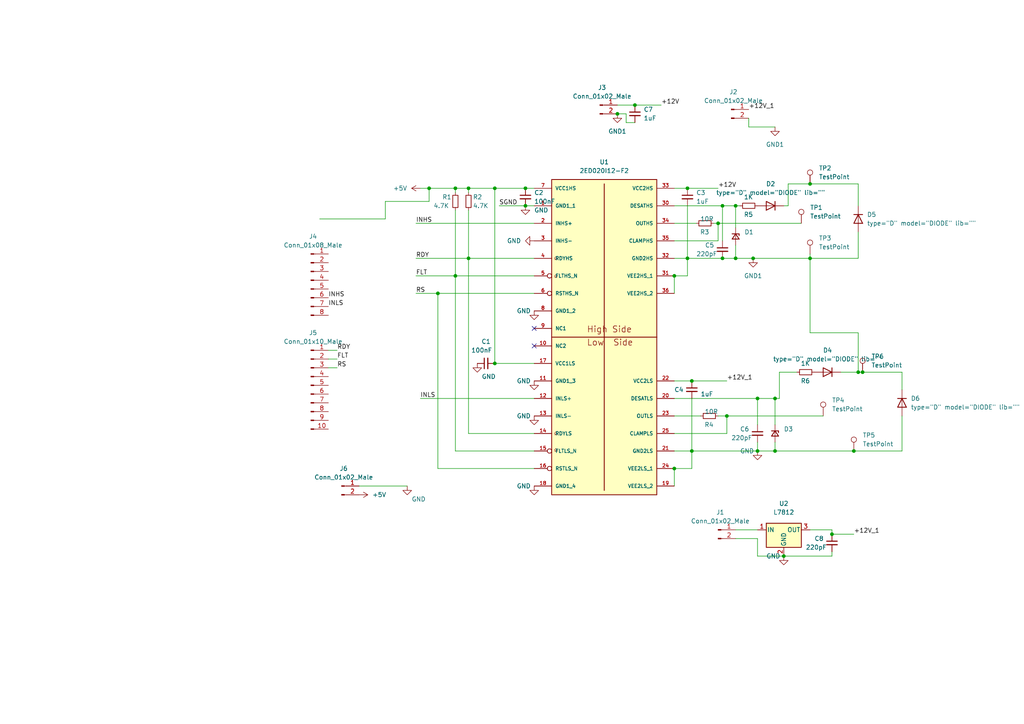
<source format=kicad_sch>
(kicad_sch (version 20211123) (generator eeschema)
  (paper "A4")
  (lib_symbols
    (symbol "2ED020I12-F2:2ED020I12-F2" (pin_names (offset 1.016))
      (property "Reference" "U?" (at -0.2 0.34 0))
      (property "Value" "2ED020I12-F2" (at -0.2 -93.48 0))
      (symbol "2ED020I12-F2_0_0"
        (rectangle (start 0 -91.44) (end 30.48 0) (stroke (width 0.254)) (fill (type background)))
        (polyline (pts (xy 0 -45.72) (xy 30.48 -45.72)) (stroke (width 0.254)))
        (polyline (pts (xy 0.8 -78.8) (xy 1.6 -78.8)) (stroke (width 0.1)))
        (polyline (pts (xy 0.8 -78.4) (xy 1.2 -78.8)) (stroke (width 0.1)))
        (polyline (pts (xy 0.8 -74) (xy 1.6 -74)) (stroke (width 0.1)))
        (polyline (pts (xy 0.8 -73.6) (xy 1.2 -74)) (stroke (width 0.1)))
        (polyline (pts (xy 0.8 -28.4) (xy 1.6 -28.4)) (stroke (width 0.1)))
        (polyline (pts (xy 0.8 -28) (xy 1.2 -28.4)) (stroke (width 0.1)))
        (polyline (pts (xy 0.8 -23.2) (xy 1.6 -23.2)) (stroke (width 0.1)))
        (polyline (pts (xy 0.8 -22.8) (xy 1.2 -23.2)) (stroke (width 0.1)))
        (polyline (pts (xy 1.2 -78.8) (xy 1.6 -78.4)) (stroke (width 0.1)))
        (polyline (pts (xy 1.2 -78) (xy 0.8 -78.4)) (stroke (width 0.1)))
        (polyline (pts (xy 1.2 -74) (xy 1.6 -73.6)) (stroke (width 0.1)))
        (polyline (pts (xy 1.2 -73.2) (xy 0.8 -73.6)) (stroke (width 0.1)))
        (polyline (pts (xy 1.2 -28.4) (xy 1.6 -28)) (stroke (width 0.1)))
        (polyline (pts (xy 1.2 -27.6) (xy 0.8 -28)) (stroke (width 0.1)))
        (polyline (pts (xy 1.2 -23.2) (xy 1.6 -22.8)) (stroke (width 0.1)))
        (polyline (pts (xy 1.2 -22.4) (xy 0.8 -22.8)) (stroke (width 0.1)))
        (polyline (pts (xy 1.6 -78.4) (xy 1.2 -78)) (stroke (width 0.1)))
        (polyline (pts (xy 1.6 -73.6) (xy 1.2 -73.2)) (stroke (width 0.1)))
        (polyline (pts (xy 1.6 -28) (xy 1.2 -27.6)) (stroke (width 0.1)))
        (polyline (pts (xy 1.6 -22.8) (xy 1.2 -22.4)) (stroke (width 0.1)))
        (polyline (pts (xy 15.24 -1.27) (xy 15.24 -90.17)) (stroke (width 0.254)))
        (text "High Side" (at 10.16 -44.45 0) (effects (font (size 1.778 1.778)) (justify left bottom)))
        (text "Low  Side" (at 10.16 -48.26 0) (effects (font (size 1.778 1.778)) (justify left bottom)))
        (pin power_in line (at -5.08 -7.62 0) (length 5.08) (name "GND1_1") (number "1"))
        (pin passive line (at -5.08 -48.26 0) (length 5.08) (name "NC2") (number "10"))
        (pin power_in line (at -5.08 -58.42 0) (length 5.08) (name "GND1_3") (number "11"))
        (pin input line (at -5.08 -63.5 0) (length 5.08) (name "INLS+") (number "12"))
        (pin input line (at -5.08 -68.58 0) (length 5.08) (name "INLS-") (number "13"))
        (pin open_collector line (at -5.08 -73.66 0) (length 5.08) (name "RDYLS") (number "14"))
        (pin open_collector inverted (at -5.08 -78.74 0) (length 5.08) (name "FLTLS_N") (number "15"))
        (pin input inverted (at -5.08 -83.82 0) (length 5.08) (name "RSTLS_N") (number "16"))
        (pin power_in line (at -5.08 -53.34 0) (length 5.08) (name "VCC1LS") (number "17"))
        (pin power_in line (at -5.08 -88.9 0) (length 5.08) (name "GND1_4") (number "18"))
        (pin power_in line (at 35.56 -88.9 180) (length 5.08) (name "VEE2LS_2") (number "19"))
        (pin input line (at -5.08 -12.7 0) (length 5.08) (name "INHS+") (number "2"))
        (pin input line (at 35.56 -63.5 180) (length 5.08) (name "DESATLS") (number "20"))
        (pin power_in line (at 35.56 -78.74 180) (length 5.08) (name "GND2LS") (number "21"))
        (pin power_in line (at 35.56 -58.42 180) (length 5.08) (name "VCC2LS") (number "22"))
        (pin output line (at 35.56 -68.58 180) (length 5.08) (name "OUTLS") (number "23"))
        (pin power_in line (at 35.56 -83.82 180) (length 5.08) (name "VEE2LS_1") (number "24"))
        (pin passive line (at 35.56 -73.66 180) (length 5.08) (name "CLAMPLS") (number "25"))
        (pin input line (at -5.08 -17.78 0) (length 5.08) (name "INHS-") (number "3"))
        (pin input line (at 35.56 -7.62 180) (length 5.08) (name "DESATHS") (number "30"))
        (pin power_in line (at 35.56 -27.94 180) (length 5.08) (name "VEE2HS_1") (number "31"))
        (pin power_in line (at 35.56 -22.86 180) (length 5.08) (name "GND2HS") (number "32"))
        (pin power_in line (at 35.56 -2.54 180) (length 5.08) (name "VCC2HS") (number "33"))
        (pin output line (at 35.56 -12.7 180) (length 5.08) (name "OUTHS") (number "34"))
        (pin passive line (at 35.56 -17.78 180) (length 5.08) (name "CLAMPHS") (number "35"))
        (pin power_in line (at 35.56 -33.02 180) (length 5.08) (name "VEE2HS_2") (number "36"))
        (pin open_collector line (at -5.08 -22.86 0) (length 5.08) (name "RDYHS") (number "4"))
        (pin open_collector inverted (at -5.08 -27.94 0) (length 5.08) (name "FLTHS_N") (number "5"))
        (pin input inverted (at -5.08 -33.02 0) (length 5.08) (name "RSTHS_N") (number "6"))
        (pin power_in line (at -5.08 -2.54 0) (length 5.08) (name "VCC1HS") (number "7"))
        (pin power_in line (at -5.08 -38.1 0) (length 5.08) (name "GND1_2") (number "8"))
        (pin passive line (at -5.08 -43.18 0) (length 5.08) (name "NC1") (number "9"))
      )
    )
    (symbol "Connector:Conn_01x02_Male" (pin_names (offset 1.016) hide)
      (property "Reference" "J" (at 0 2.54 0))
      (property "Value" "Conn_01x02_Male" (at 0 -5.08 0))
      (symbol "Conn_01x02_Male_1_1"
        (polyline (pts (xy 1.27 -2.54) (xy 0.8636 -2.54)) (stroke (width 0.1524)))
        (polyline (pts (xy 1.27 0) (xy 0.8636 0)) (stroke (width 0.1524)))
        (rectangle (start 0.8636 -2.413) (end 0 -2.667) (stroke (width 0.1524)) (fill (type outline)))
        (rectangle (start 0.8636 0.127) (end 0 -0.127) (stroke (width 0.1524)) (fill (type outline)))
        (pin passive line (at 5.08 0 180) (length 3.81) (name "Pin_1") (number "1"))
        (pin passive line (at 5.08 -2.54 180) (length 3.81) (name "Pin_2") (number "2"))
      )
    )
    (symbol "Connector:Conn_01x08_Male" (pin_names (offset 1.016) hide)
      (property "Reference" "J" (at 0 10.16 0))
      (property "Value" "Conn_01x08_Male" (at 0 -12.7 0))
      (symbol "Conn_01x08_Male_1_1"
        (polyline (pts (xy 1.27 -10.16) (xy 0.8636 -10.16)) (stroke (width 0.1524)))
        (polyline (pts (xy 1.27 -7.62) (xy 0.8636 -7.62)) (stroke (width 0.1524)))
        (polyline (pts (xy 1.27 -5.08) (xy 0.8636 -5.08)) (stroke (width 0.1524)))
        (polyline (pts (xy 1.27 -2.54) (xy 0.8636 -2.54)) (stroke (width 0.1524)))
        (polyline (pts (xy 1.27 0) (xy 0.8636 0)) (stroke (width 0.1524)))
        (polyline (pts (xy 1.27 2.54) (xy 0.8636 2.54)) (stroke (width 0.1524)))
        (polyline (pts (xy 1.27 5.08) (xy 0.8636 5.08)) (stroke (width 0.1524)))
        (polyline (pts (xy 1.27 7.62) (xy 0.8636 7.62)) (stroke (width 0.1524)))
        (rectangle (start 0.8636 -10.033) (end 0 -10.287) (stroke (width 0.1524)) (fill (type outline)))
        (rectangle (start 0.8636 -7.493) (end 0 -7.747) (stroke (width 0.1524)) (fill (type outline)))
        (rectangle (start 0.8636 -4.953) (end 0 -5.207) (stroke (width 0.1524)) (fill (type outline)))
        (rectangle (start 0.8636 -2.413) (end 0 -2.667) (stroke (width 0.1524)) (fill (type outline)))
        (rectangle (start 0.8636 0.127) (end 0 -0.127) (stroke (width 0.1524)) (fill (type outline)))
        (rectangle (start 0.8636 2.667) (end 0 2.413) (stroke (width 0.1524)) (fill (type outline)))
        (rectangle (start 0.8636 5.207) (end 0 4.953) (stroke (width 0.1524)) (fill (type outline)))
        (rectangle (start 0.8636 7.747) (end 0 7.493) (stroke (width 0.1524)) (fill (type outline)))
        (pin passive line (at 5.08 7.62 180) (length 3.81) (name "Pin_1") (number "1"))
        (pin passive line (at 5.08 5.08 180) (length 3.81) (name "Pin_2") (number "2"))
        (pin passive line (at 5.08 2.54 180) (length 3.81) (name "Pin_3") (number "3"))
        (pin passive line (at 5.08 0 180) (length 3.81) (name "Pin_4") (number "4"))
        (pin passive line (at 5.08 -2.54 180) (length 3.81) (name "Pin_5") (number "5"))
        (pin passive line (at 5.08 -5.08 180) (length 3.81) (name "Pin_6") (number "6"))
        (pin passive line (at 5.08 -7.62 180) (length 3.81) (name "Pin_7") (number "7"))
        (pin passive line (at 5.08 -10.16 180) (length 3.81) (name "Pin_8") (number "8"))
      )
    )
    (symbol "Connector:Conn_01x10_Male" (pin_names (offset 1.016) hide)
      (property "Reference" "J" (at 0 12.7 0))
      (property "Value" "Conn_01x10_Male" (at 0 -15.24 0))
      (symbol "Conn_01x10_Male_1_1"
        (polyline (pts (xy 1.27 -12.7) (xy 0.8636 -12.7)) (stroke (width 0.1524)))
        (polyline (pts (xy 1.27 -10.16) (xy 0.8636 -10.16)) (stroke (width 0.1524)))
        (polyline (pts (xy 1.27 -7.62) (xy 0.8636 -7.62)) (stroke (width 0.1524)))
        (polyline (pts (xy 1.27 -5.08) (xy 0.8636 -5.08)) (stroke (width 0.1524)))
        (polyline (pts (xy 1.27 -2.54) (xy 0.8636 -2.54)) (stroke (width 0.1524)))
        (polyline (pts (xy 1.27 0) (xy 0.8636 0)) (stroke (width 0.1524)))
        (polyline (pts (xy 1.27 2.54) (xy 0.8636 2.54)) (stroke (width 0.1524)))
        (polyline (pts (xy 1.27 5.08) (xy 0.8636 5.08)) (stroke (width 0.1524)))
        (polyline (pts (xy 1.27 7.62) (xy 0.8636 7.62)) (stroke (width 0.1524)))
        (polyline (pts (xy 1.27 10.16) (xy 0.8636 10.16)) (stroke (width 0.1524)))
        (rectangle (start 0.8636 -12.573) (end 0 -12.827) (stroke (width 0.1524)) (fill (type outline)))
        (rectangle (start 0.8636 -10.033) (end 0 -10.287) (stroke (width 0.1524)) (fill (type outline)))
        (rectangle (start 0.8636 -7.493) (end 0 -7.747) (stroke (width 0.1524)) (fill (type outline)))
        (rectangle (start 0.8636 -4.953) (end 0 -5.207) (stroke (width 0.1524)) (fill (type outline)))
        (rectangle (start 0.8636 -2.413) (end 0 -2.667) (stroke (width 0.1524)) (fill (type outline)))
        (rectangle (start 0.8636 0.127) (end 0 -0.127) (stroke (width 0.1524)) (fill (type outline)))
        (rectangle (start 0.8636 2.667) (end 0 2.413) (stroke (width 0.1524)) (fill (type outline)))
        (rectangle (start 0.8636 5.207) (end 0 4.953) (stroke (width 0.1524)) (fill (type outline)))
        (rectangle (start 0.8636 7.747) (end 0 7.493) (stroke (width 0.1524)) (fill (type outline)))
        (rectangle (start 0.8636 10.287) (end 0 10.033) (stroke (width 0.1524)) (fill (type outline)))
        (pin passive line (at 5.08 10.16 180) (length 3.81) (name "Pin_1") (number "1"))
        (pin passive line (at 5.08 -12.7 180) (length 3.81) (name "Pin_10") (number "10"))
        (pin passive line (at 5.08 7.62 180) (length 3.81) (name "Pin_2") (number "2"))
        (pin passive line (at 5.08 5.08 180) (length 3.81) (name "Pin_3") (number "3"))
        (pin passive line (at 5.08 2.54 180) (length 3.81) (name "Pin_4") (number "4"))
        (pin passive line (at 5.08 0 180) (length 3.81) (name "Pin_5") (number "5"))
        (pin passive line (at 5.08 -2.54 180) (length 3.81) (name "Pin_6") (number "6"))
        (pin passive line (at 5.08 -5.08 180) (length 3.81) (name "Pin_7") (number "7"))
        (pin passive line (at 5.08 -7.62 180) (length 3.81) (name "Pin_8") (number "8"))
        (pin passive line (at 5.08 -10.16 180) (length 3.81) (name "Pin_9") (number "9"))
      )
    )
    (symbol "Connector:TestPoint" (pin_numbers hide) (pin_names (offset 0.762) hide)
      (property "Reference" "TP" (at 0 6.858 0))
      (property "Value" "TestPoint" (at 0 5.08 0))
      (symbol "TestPoint_0_1"
        (circle (center 0 3.302) (radius 0.762))
      )
      (symbol "TestPoint_1_1"
        (pin passive line (at 0 0 90) (length 2.54) (name "1") (number "1"))
      )
    )
    (symbol "Device:C_Small" (pin_numbers hide) (pin_names (offset 0.254) hide)
      (property "Reference" "C" (at 0.254 1.778 0))
      (property "Value" "C_Small" (at 0.254 -2.032 0))
      (symbol "C_Small_0_1"
        (polyline (pts (xy -1.524 -0.508) (xy 1.524 -0.508)) (stroke (width 0.3302)))
        (polyline (pts (xy -1.524 0.508) (xy 1.524 0.508)) (stroke (width 0.3048)))
      )
      (symbol "C_Small_1_1"
        (pin passive line (at 0 2.54 270) (length 2.032) (name "~") (number "1"))
        (pin passive line (at 0 -2.54 90) (length 2.032) (name "~") (number "2"))
      )
    )
    (symbol "Device:D_Zener_Small" (pin_numbers hide) (pin_names (offset 0.254) hide)
      (property "Reference" "D" (at 0 2.286 0))
      (property "Value" "D_Zener_Small" (at 0 -2.286 0))
      (symbol "D_Zener_Small_0_1"
        (polyline (pts (xy 0.762 0) (xy -0.762 0)))
        (polyline (pts (xy -0.254 1.016) (xy -0.762 1.016) (xy -0.762 -1.016)) (stroke (width 0.254)))
        (polyline (pts (xy 0.762 1.016) (xy -0.762 0) (xy 0.762 -1.016) (xy 0.762 1.016)) (stroke (width 0.254)))
      )
      (symbol "D_Zener_Small_1_1"
        (pin passive line (at -2.54 0 0) (length 1.778) (name "K") (number "1"))
        (pin passive line (at 2.54 0 180) (length 1.778) (name "A") (number "2"))
      )
    )
    (symbol "Device:R_Small" (pin_numbers hide) (pin_names (offset 0.254) hide)
      (property "Reference" "R" (at 0.762 0.508 0))
      (property "Value" "R_Small" (at 0.762 -1.016 0))
      (symbol "R_Small_0_1"
        (rectangle (start -0.762 1.778) (end 0.762 -1.778) (stroke (width 0.2032)))
      )
      (symbol "R_Small_1_1"
        (pin passive line (at 0 2.54 270) (length 0.762) (name "~") (number "1"))
        (pin passive line (at 0 -2.54 90) (length 0.762) (name "~") (number "2"))
      )
    )
    (symbol "Regulator_Linear:L7812" (pin_names (offset 0.254))
      (property "Reference" "U" (at -3.81 3.175 0))
      (property "Value" "L7812" (at 0 3.175 0))
      (symbol "L7812_0_1"
        (rectangle (start -5.08 1.905) (end 5.08 -5.08) (stroke (width 0.254)) (fill (type background)))
      )
      (symbol "L7812_1_1"
        (pin power_in line (at -7.62 0 0) (length 2.54) (name "IN") (number "1"))
        (pin power_in line (at 0 -7.62 90) (length 2.54) (name "GND") (number "2"))
        (pin power_out line (at 7.62 0 180) (length 2.54) (name "OUT") (number "3"))
      )
    )
    (symbol "Simulation_SPICE:DIODE" (pin_numbers hide) (pin_names (offset 1.016) hide)
      (property "Reference" "D" (at 0 2.54 0))
      (property "Value" "DIODE" (at 0 -2.54 0))
      (symbol "DIODE_0_1"
        (polyline (pts (xy 1.27 0) (xy -1.27 0)))
        (polyline (pts (xy 1.27 1.27) (xy 1.27 -1.27)) (stroke (width 0.254)))
        (polyline (pts (xy -1.27 -1.27) (xy -1.27 1.27) (xy 1.27 0) (xy -1.27 -1.27)) (stroke (width 0.254)))
      )
      (symbol "DIODE_1_1"
        (pin passive line (at -3.81 0 0) (length 2.54) (name "A") (number "1"))
        (pin passive line (at 3.81 0 180) (length 2.54) (name "K") (number "2"))
      )
    )
    (symbol "power:+5V" (power) (pin_names (offset 0))
      (property "Value" "+5V" (at 0 3.556 0))
      (symbol "+5V_0_1"
        (polyline (pts (xy -0.762 1.27) (xy 0 2.54)))
        (polyline (pts (xy 0 0) (xy 0 2.54)))
        (polyline (pts (xy 0 2.54) (xy 0.762 1.27)))
      )
      (symbol "+5V_1_1"
        (pin power_in line (at 0 0 90) (length 0) hide (name "+5V") (number "1"))
      )
    )
    (symbol "power:GND" (power) (pin_names (offset 0))
      (property "Value" "GND" (at 0 -3.81 0))
      (symbol "GND_0_1"
        (polyline (pts (xy 0 0) (xy 0 -1.27) (xy 1.27 -1.27) (xy 0 -2.54) (xy -1.27 -1.27) (xy 0 -1.27)))
      )
      (symbol "GND_1_1"
        (pin power_in line (at 0 0 270) (length 0) hide (name "GND") (number "1"))
      )
    )
    (symbol "power:GND1" (power) (pin_names (offset 0))
      (property "Value" "GND1" (at 0 -3.81 0))
      (symbol "GND1_0_1"
        (polyline (pts (xy 0 0) (xy 0 -1.27) (xy 1.27 -1.27) (xy 0 -2.54) (xy -1.27 -1.27) (xy 0 -1.27)))
      )
      (symbol "GND1_1_1"
        (pin power_in line (at 0 0 270) (length 0) hide (name "GND1") (number "1"))
      )
    )
  )
  (junction (at 195.58 135.89))
  (junction (at 132.08 54.61))
  (junction (at 213.36 59.69))
  (junction (at 195.58 80.01))
  (junction (at 224.79 130.81))
  (junction (at 152.4 59.69))
  (junction (at 127 85.09))
  (junction (at 248.92 107.95))
  (junction (at 209.55 74.93))
  (junction (at 179.07 33.02))
  (junction (at 234.95 53.34))
  (junction (at 219.71 115.57))
  (junction (at 227.33 161.29))
  (junction (at 132.08 80.01))
  (junction (at 124.46 54.61))
  (junction (at 184.15 30.48))
  (junction (at 143.51 105.41))
  (junction (at 250.19 107.95))
  (junction (at 234.95 74.93))
  (junction (at 247.65 130.81))
  (junction (at 199.39 54.61))
  (junction (at 200.66 110.49))
  (junction (at 200.66 130.81))
  (junction (at 209.55 59.69))
  (junction (at 213.36 74.93))
  (junction (at 135.89 54.61))
  (junction (at 208.28 64.77))
  (junction (at 224.79 115.57))
  (junction (at 219.71 130.81))
  (junction (at 152.4 54.61))
  (junction (at 241.3 154.94))
  (junction (at 218.44 74.93))
  (junction (at 143.51 54.61))
  (junction (at 199.39 74.93))
  (junction (at 135.89 74.93))
  (junction (at 210.82 120.65))
  (no_connect (at 154.94 100.33))
  (no_connect (at 154.94 95.25))
  (wire (pts (xy 261.62 113.03) (xy 261.62 107.95)))
  (wire (pts (xy 179.07 33.02) (xy 181.61 33.02)))
  (wire (pts (xy 209.55 59.69) (xy 213.36 59.69)))
  (wire (pts (xy 120.65 74.93) (xy 135.89 74.93)))
  (wire (pts (xy 95.25 101.6) (xy 97.79 101.6)))
  (wire (pts (xy 219.71 156.21) (xy 219.71 161.29)))
  (wire (pts (xy 207.01 64.77) (xy 208.28 64.77)))
  (wire (pts (xy 224.79 115.57) (xy 226.06 115.57)))
  (wire (pts (xy 224.79 128.27) (xy 224.79 130.81)))
  (wire (pts (xy 243.84 107.95) (xy 248.92 107.95)))
  (wire (pts (xy 111.76 58.42) (xy 124.46 58.42)))
  (wire (pts (xy 248.92 53.34) (xy 234.95 53.34)))
  (wire (pts (xy 200.66 110.49) (xy 195.58 110.49)))
  (wire (pts (xy 199.39 59.69) (xy 199.39 74.93)))
  (wire (pts (xy 234.95 153.67) (xy 241.3 153.67)))
  (wire (pts (xy 135.89 74.93) (xy 154.94 74.93)))
  (wire (pts (xy 241.3 160.02) (xy 241.3 161.29)))
  (wire (pts (xy 199.39 80.01) (xy 199.39 74.93)))
  (wire (pts (xy 132.08 80.01) (xy 154.94 80.01)))
  (wire (pts (xy 248.92 67.31) (xy 248.92 74.93)))
  (wire (pts (xy 208.28 120.65) (xy 210.82 120.65)))
  (wire (pts (xy 195.58 64.77) (xy 201.93 64.77)))
  (wire (pts (xy 195.58 135.89) (xy 195.58 140.97)))
  (wire (pts (xy 121.92 54.61) (xy 124.46 54.61)))
  (wire (pts (xy 179.07 30.48) (xy 184.15 30.48)))
  (wire (pts (xy 184.15 35.56) (xy 181.61 35.56)))
  (wire (pts (xy 111.76 63.5) (xy 111.76 58.42)))
  (wire (pts (xy 195.58 69.85) (xy 208.28 69.85)))
  (wire (pts (xy 209.55 74.93) (xy 213.36 74.93)))
  (wire (pts (xy 210.82 120.65) (xy 238.76 120.65)))
  (wire (pts (xy 143.51 54.61) (xy 143.51 105.41)))
  (wire (pts (xy 195.58 80.01) (xy 195.58 85.09)))
  (wire (pts (xy 248.92 59.69) (xy 248.92 53.34)))
  (wire (pts (xy 208.28 69.85) (xy 208.28 64.77)))
  (wire (pts (xy 248.92 74.93) (xy 234.95 74.93)))
  (wire (pts (xy 152.4 54.61) (xy 154.94 54.61)))
  (wire (pts (xy 217.17 34.29) (xy 217.17 36.83)))
  (wire (pts (xy 120.65 85.09) (xy 127 85.09)))
  (wire (pts (xy 261.62 120.65) (xy 261.62 130.81)))
  (wire (pts (xy 195.58 80.01) (xy 199.39 80.01)))
  (wire (pts (xy 213.36 71.12) (xy 213.36 74.93)))
  (wire (pts (xy 217.17 36.83) (xy 224.79 36.83)))
  (wire (pts (xy 195.58 135.89) (xy 200.66 135.89)))
  (wire (pts (xy 200.66 130.81) (xy 219.71 130.81)))
  (wire (pts (xy 228.6 53.34) (xy 234.95 53.34)))
  (wire (pts (xy 152.4 59.69) (xy 154.94 59.69)))
  (wire (pts (xy 226.06 107.95) (xy 231.14 107.95)))
  (wire (pts (xy 213.36 153.67) (xy 219.71 153.67)))
  (wire (pts (xy 195.58 59.69) (xy 209.55 59.69)))
  (wire (pts (xy 208.28 64.77) (xy 232.41 64.77)))
  (wire (pts (xy 181.61 35.56) (xy 181.61 33.02)))
  (wire (pts (xy 195.58 125.73) (xy 210.82 125.73)))
  (wire (pts (xy 154.94 135.89) (xy 127 135.89)))
  (wire (pts (xy 224.79 115.57) (xy 224.79 123.19)))
  (wire (pts (xy 213.36 156.21) (xy 219.71 156.21)))
  (wire (pts (xy 184.15 30.48) (xy 191.77 30.48)))
  (wire (pts (xy 248.92 96.52) (xy 248.92 107.95)))
  (wire (pts (xy 132.08 54.61) (xy 135.89 54.61)))
  (wire (pts (xy 224.79 130.81) (xy 247.65 130.81)))
  (wire (pts (xy 135.89 60.96) (xy 135.89 74.93)))
  (wire (pts (xy 127 85.09) (xy 154.94 85.09)))
  (wire (pts (xy 199.39 74.93) (xy 195.58 74.93)))
  (wire (pts (xy 120.65 64.77) (xy 154.94 64.77)))
  (wire (pts (xy 132.08 60.96) (xy 132.08 80.01)))
  (wire (pts (xy 200.66 130.81) (xy 200.66 115.57)))
  (wire (pts (xy 143.51 54.61) (xy 152.4 54.61)))
  (wire (pts (xy 195.58 130.81) (xy 200.66 130.81)))
  (wire (pts (xy 143.51 105.41) (xy 154.94 105.41)))
  (wire (pts (xy 226.06 115.57) (xy 226.06 107.95)))
  (wire (pts (xy 121.92 115.57) (xy 154.94 115.57)))
  (wire (pts (xy 219.71 115.57) (xy 224.79 115.57)))
  (wire (pts (xy 224.79 130.81) (xy 219.71 130.81)))
  (wire (pts (xy 135.89 54.61) (xy 135.89 55.88)))
  (wire (pts (xy 124.46 58.42) (xy 124.46 54.61)))
  (wire (pts (xy 213.36 74.93) (xy 218.44 74.93)))
  (wire (pts (xy 234.95 74.93) (xy 234.95 96.52)))
  (wire (pts (xy 135.89 125.73) (xy 154.94 125.73)))
  (wire (pts (xy 234.95 96.52) (xy 248.92 96.52)))
  (wire (pts (xy 241.3 161.29) (xy 227.33 161.29)))
  (wire (pts (xy 210.82 110.49) (xy 200.66 110.49)))
  (wire (pts (xy 247.65 154.94) (xy 241.3 154.94)))
  (wire (pts (xy 95.25 106.68) (xy 97.79 106.68)))
  (wire (pts (xy 213.36 59.69) (xy 214.63 59.69)))
  (wire (pts (xy 261.62 130.81) (xy 247.65 130.81)))
  (wire (pts (xy 219.71 115.57) (xy 219.71 123.19)))
  (wire (pts (xy 127 135.89) (xy 127 85.09)))
  (wire (pts (xy 135.89 74.93) (xy 135.89 125.73)))
  (wire (pts (xy 234.95 74.93) (xy 234.95 73.66)))
  (wire (pts (xy 209.55 59.69) (xy 209.55 69.85)))
  (wire (pts (xy 95.25 104.14) (xy 97.79 104.14)))
  (wire (pts (xy 195.58 115.57) (xy 219.71 115.57)))
  (wire (pts (xy 213.36 59.69) (xy 213.36 66.04)))
  (wire (pts (xy 132.08 130.81) (xy 154.94 130.81)))
  (wire (pts (xy 132.08 54.61) (xy 132.08 55.88)))
  (wire (pts (xy 132.08 80.01) (xy 132.08 130.81)))
  (wire (pts (xy 195.58 120.65) (xy 203.2 120.65)))
  (wire (pts (xy 92.71 63.5) (xy 111.76 63.5)))
  (wire (pts (xy 199.39 54.61) (xy 195.58 54.61)))
  (wire (pts (xy 248.92 107.95) (xy 250.19 107.95)))
  (wire (pts (xy 228.6 59.69) (xy 228.6 53.34)))
  (wire (pts (xy 135.89 54.61) (xy 143.51 54.61)))
  (wire (pts (xy 219.71 130.81) (xy 219.71 128.27)))
  (wire (pts (xy 218.44 74.93) (xy 234.95 74.93)))
  (wire (pts (xy 210.82 125.73) (xy 210.82 120.65)))
  (wire (pts (xy 104.14 140.97) (xy 118.11 140.97)))
  (wire (pts (xy 241.3 153.67) (xy 241.3 154.94)))
  (wire (pts (xy 120.65 80.01) (xy 132.08 80.01)))
  (wire (pts (xy 200.66 135.89) (xy 200.66 130.81)))
  (wire (pts (xy 219.71 161.29) (xy 227.33 161.29)))
  (wire (pts (xy 250.19 107.95) (xy 261.62 107.95)))
  (wire (pts (xy 199.39 74.93) (xy 209.55 74.93)))
  (wire (pts (xy 144.78 59.69) (xy 152.4 59.69)))
  (wire (pts (xy 227.33 59.69) (xy 228.6 59.69)))
  (wire (pts (xy 124.46 54.61) (xy 132.08 54.61)))
  (wire (pts (xy 208.28 54.61) (xy 199.39 54.61)))
  (label "RS" (at 97.79 106.68 0))
  (label "RDY" (at 97.79 101.6 0))
  (label "+12V" (at 208.28 54.61 0))
  (label "FLT" (at 97.79 104.14 0))
  (label "+12V" (at 191.77 30.48 0))
  (label "INLS" (at 121.92 115.57 0))
  (label "+12V_1" (at 210.82 110.49 0))
  (label "SGND" (at 144.78 59.69 0))
  (label "RS" (at 120.65 85.09 0))
  (label "RDY" (at 120.65 74.93 0))
  (label "INHS" (at 120.65 64.77 0))
  (label "INHS" (at 95.25 86.36 0))
  (label "+12V_1" (at 247.65 154.94 0))
  (label "FLT" (at 120.65 80.01 0))
  (label "+12V_1" (at 217.17 31.75 0))
  (label "INLS" (at 95.25 88.9 0))
  (symbol (lib_id "power:GND") (at 118.11 140.97 0) (unit 1)
    (property "Reference" "#PWR01" (effects hide))
    (property "Value" "GND" (at 119.38 144.78 0) (effects (justify left)))
  )
  (symbol (lib_id "Device:C_Small") (at 219.71 125.73 0) (unit 1)
    (property "Reference" "C6" (at 214.63 124.46 0) (effects (justify left)))
    (property "Value" "220pF" (at 212.09 127 0) (effects (justify left)))
    (property "Footprint" "Capacitor_THT:CP_Radial_D14.0mm_P5.00mm" (effects hide))
  )
  (symbol (lib_id "Device:R_Small") (at 205.74 120.65 90) (unit 1)
    (property "Reference" "R4" (at 207.01 123.19 90) (effects (justify left)))
    (property "Value" "10R" (at 208.28 119.38 90) (effects (justify left)))
    (property "Footprint" "Resistor_THT:R_Axial_DIN0411_L9.9mm_D3.6mm_P12.70mm_Horizontal" (effects hide))
  )
  (symbol (lib_id "Connector:Conn_01x02_Male") (at 208.28 153.67 0) (unit 1)
    (property "Reference" "J1" (at 208.915 148.59 0))
    (property "Value" "Conn_01x02_Male" (at 208.915 151.13 0))
    (property "Footprint" "Connector_Phoenix_MC_HighVoltage:PhoenixContact_MCV_1,5_2-G-5.08_1x02_P5.08mm_Vertical" (effects hide))
  )
  (symbol (lib_id "power:GND") (at 154.94 120.65 0) (unit 1)
    (property "Reference" "#PWR06" (effects hide))
    (property "Value" "GND" (at 149.86 120.65 0) (effects (justify left)))
  )
  (symbol (lib_id "Connector:Conn_01x02_Male") (at 99.06 140.97 0) (unit 1)
    (property "Reference" "J6" (at 99.695 135.89 0))
    (property "Value" "Conn_01x02_Male" (at 99.695 138.43 0))
    (property "Footprint" "Connector_PinHeader_2.54mm:PinHeader_1x02_P2.54mm_Vertical" (effects hide))
  )
  (symbol (lib_id "Connector:Conn_01x02_Male") (at 212.09 31.75 0) (unit 1)
    (property "Reference" "J2" (at 212.725 26.67 0))
    (property "Value" "Conn_01x02_Male" (at 212.725 29.21 0))
    (property "Footprint" "Connector_Phoenix_MC_HighVoltage:PhoenixContact_MCV_1,5_2-G-5.08_1x02_P5.08mm_Vertical" (effects hide))
  )
  (symbol (lib_id "Device:C_Small") (at 200.66 113.03 0) (unit 1)
    (property "Reference" "C4" (at 195.58 113.03 0) (effects (justify left)))
    (property "Value" "1uF" (at 203.2 114.3 0) (effects (justify left)))
    (property "Footprint" "Capacitor_THT:CP_Radial_D14.0mm_P5.00mm" (effects hide))
  )
  (symbol (lib_id "power:GND") (at 154.94 69.85 270) (unit 1)
    (property "Reference" "#PWR05" (effects hide))
    (property "Value" "GND" (at 151.13 69.8499 90) (effects (justify right)))
  )
  (symbol (lib_id "power:GND1") (at 179.07 33.02 0) (unit 1)
    (property "Reference" "#PWR012" (effects hide))
    (property "Value" "GND1" (at 179.07 38.1 0))
  )
  (symbol (lib_id "Connector:Conn_01x08_Male") (at 90.17 81.28 0) (unit 1)
    (property "Reference" "J4" (at 90.805 68.58 0))
    (property "Value" "Conn_01x08_Male" (at 90.805 71.12 0))
    (property "Footprint" "Connector_PinHeader_2.54mm:PinHeader_1x08_P2.54mm_Vertical" (effects hide))
  )
  (symbol (lib_id "Connector:Conn_01x10_Male") (at 90.17 111.76 0) (unit 1)
    (property "Reference" "J5" (at 90.805 96.52 0))
    (property "Value" "Conn_01x10_Male" (at 90.805 99.06 0))
    (property "Footprint" "Connector_PinHeader_2.54mm:PinHeader_1x10_P2.54mm_Vertical" (effects hide))
  )
  (symbol (lib_id "power:GND1") (at 218.44 74.93 0) (unit 1)
    (property "Reference" "#PWR07" (effects hide))
    (property "Value" "GND1" (at 218.44 80.01 0))
  )
  (symbol (lib_id "Device:R_Small") (at 233.68 107.95 90) (unit 1)
    (property "Reference" "R6" (at 234.95 110.49 90) (effects (justify left)))
    (property "Value" "1K" (at 234.95 105.41 90) (effects (justify left)))
    (property "Footprint" "Resistor_THT:R_Axial_DIN0411_L9.9mm_D3.6mm_P12.70mm_Horizontal" (effects hide))
  )
  (symbol (lib_id "2ED020I12-F2:2ED020I12-F2") (at 160.02 52.07 0) (unit 1)
    (property "Reference" "U1" (at 175.26 46.99 0))
    (property "Value" "2ED020I12-F2" (at 175.26 49.53 0))
    (property "Footprint" "gate_driver:SOP65P1030X265-36_32N-V" (effects hide))
  )
  (symbol (lib_id "Device:D_Zener_Small") (at 213.36 68.58 270) (unit 1)
    (property "Reference" "D1" (at 215.9 67.3099 90) (effects (justify left)))
    (property "Value" "D_Zener_Small" (effects hide))
    (property "Footprint" "Diode_THT:D_DO-27_P15.24mm_Horizontal" (effects hide))
  )
  (symbol (lib_id "Connector:TestPoint") (at 234.95 53.34 0) (unit 1)
    (property "Reference" "TP2" (at 237.49 48.7679 0) (effects (justify left)))
    (property "Value" "TestPoint" (at 237.49 51.3079 0) (effects (justify left)))
    (property "Footprint" "TestPoint:TestPoint_Pad_D4.0mm" (effects hide))
  )
  (symbol (lib_id "power:+5V") (at 121.92 54.61 90) (unit 1)
    (property "Reference" "#PWR02" (effects hide))
    (property "Value" "+5V" (at 118.11 54.6099 90) (effects (justify left)))
  )
  (symbol (lib_id "Device:C_Small") (at 140.97 105.41 90) (unit 1)
    (property "Reference" "C1" (at 140.9763 99.06 90))
    (property "Value" "100nF" (at 139.7 101.6 90))
    (property "Footprint" "Capacitor_THT:CP_Radial_D14.0mm_P5.00mm" (effects hide))
  )
  (symbol (lib_id "Device:R_Small") (at 217.17 59.69 90) (unit 1)
    (property "Reference" "R5" (at 218.44 62.23 90) (effects (justify left)))
    (property "Value" "1K" (at 218.44 57.15 90) (effects (justify left)))
    (property "Footprint" "Resistor_THT:R_Axial_DIN0411_L9.9mm_D3.6mm_P12.70mm_Horizontal" (effects hide))
  )
  (symbol (lib_id "Device:D_Zener_Small") (at 224.79 125.73 270) (unit 1)
    (property "Reference" "D3" (at 227.33 124.4599 90) (effects (justify left)))
    (property "Value" "D_Zener_Small" (effects hide))
    (property "Footprint" "Diode_THT:D_DO-27_P15.24mm_Horizontal" (effects hide))
  )
  (symbol (lib_id "Device:C_Small") (at 209.55 72.39 0) (unit 1)
    (property "Reference" "C5" (at 204.47 71.12 0) (effects (justify left)))
    (property "Value" "220pF" (at 201.93 73.66 0) (effects (justify left)))
    (property "Footprint" "Capacitor_THT:CP_Radial_D14.0mm_P5.00mm" (effects hide))
  )
  (symbol (lib_id "Simulation_SPICE:DIODE") (at 240.03 107.95 0) (unit 1)
    (property "Reference" "D4" (at 240.03 101.6 0))
    (property "Value" "DIODE" (at 240.03 104.14 0))
    (property "Footprint" "Diode_THT:D_DO-27_P15.24mm_Horizontal" (effects hide))
    (property "Spice_Netlist_Enabled" "Y" (effects hide))
    (property "Spice_Primitive" "D" (effects hide))
  )
  (symbol (lib_id "power:GND") (at 219.71 130.81 0) (unit 1)
    (property "Reference" "#PWR0101" (effects hide))
    (property "Value" "GND" (at 214.63 130.81 0) (effects (justify left)))
  )
  (symbol (lib_id "Connector:TestPoint") (at 250.19 107.95 0) (unit 1)
    (property "Reference" "TP6" (at 252.73 103.3779 0) (effects (justify left)))
    (property "Value" "TestPoint" (at 252.73 105.9179 0) (effects (justify left)))
    (property "Footprint" "TestPoint:TestPoint_Pad_D4.0mm" (effects hide))
  )
  (symbol (lib_id "Simulation_SPICE:DIODE") (at 248.92 63.5 90) (unit 1)
    (property "Reference" "D5" (at 251.46 62.2299 90) (effects (justify right)))
    (property "Value" "DIODE" (at 251.46 64.7699 90) (effects (justify right)))
    (property "Footprint" "Diode_THT:D_DO-27_P15.24mm_Horizontal" (effects hide))
    (property "Spice_Netlist_Enabled" "Y" (effects hide))
    (property "Spice_Primitive" "D" (effects hide))
  )
  (symbol (lib_id "Simulation_SPICE:DIODE") (at 261.62 116.84 90) (unit 1)
    (property "Reference" "D6" (at 264.16 115.5699 90) (effects (justify right)))
    (property "Value" "DIODE" (at 264.16 118.1099 90) (effects (justify right)))
    (property "Footprint" "Diode_THT:D_DO-27_P15.24mm_Horizontal" (effects hide))
    (property "Spice_Netlist_Enabled" "Y" (effects hide))
    (property "Spice_Primitive" "D" (effects hide))
  )
  (symbol (lib_id "power:+5V") (at 104.14 143.51 270) (unit 1)
    (property "Reference" "#PWR013" (effects hide))
    (property "Value" "+5V" (at 107.95 143.5099 90) (effects (justify left)))
  )
  (symbol (lib_id "Connector:TestPoint") (at 238.76 120.65 0) (unit 1)
    (property "Reference" "TP4" (at 241.3 116.0779 0) (effects (justify left)))
    (property "Value" "TestPoint" (at 241.3 118.6179 0) (effects (justify left)))
    (property "Footprint" "TestPoint:TestPoint_Pad_D4.0mm" (effects hide))
  )
  (symbol (lib_id "Device:C_Small") (at 184.15 33.02 0) (unit 1)
    (property "Reference" "C7" (at 186.69 31.7562 0) (effects (justify left)))
    (property "Value" "1uF" (at 186.69 34.2962 0) (effects (justify left)))
    (property "Footprint" "Capacitor_THT:CP_Radial_D14.0mm_P5.00mm" (effects hide))
  )
  (symbol (lib_id "Device:R_Small") (at 132.08 58.42 0) (unit 1)
    (property "Reference" "R1" (at 128.27 57.15 0) (effects (justify left)))
    (property "Value" "4.7K" (at 125.73 59.69 0) (effects (justify left)))
    (property "Footprint" "Resistor_THT:R_Axial_DIN0411_L9.9mm_D3.6mm_P12.70mm_Horizontal" (effects hide))
  )
  (symbol (lib_id "power:GND") (at 154.94 90.17 0) (unit 1)
    (property "Reference" "#PWR08" (effects hide))
    (property "Value" "GND" (at 149.86 90.17 0) (effects (justify left)))
  )
  (symbol (lib_id "Regulator_Linear:L7812") (at 227.33 153.67 0) (unit 1)
    (property "Reference" "U2" (at 227.33 146.05 0))
    (property "Value" "L7812" (at 227.33 148.59 0))
    (property "Footprint" "Package_TO_SOT_THT:TO-220-3_Vertical" (effects hide))
    (property "Datasheet" "http://www.st.com/content/ccc/resource/technical/document/datasheet/41/4f/b3/b0/12/d4/47/88/CD00000444.pdf/files/CD00000444.pdf/jcr:content/translations/en.CD00000444.pdf" (effects hide))
  )
  (symbol (lib_id "power:GND1") (at 224.79 36.83 0) (unit 1)
    (property "Reference" "#PWR09" (effects hide))
    (property "Value" "GND1" (at 224.79 41.91 0))
  )
  (symbol (lib_id "Device:R_Small") (at 135.89 58.42 0) (unit 1)
    (property "Reference" "R2" (at 137.16 57.15 0) (effects (justify left)))
    (property "Value" "4.7K" (at 137.16 59.69 0) (effects (justify left)))
    (property "Footprint" "Resistor_THT:R_Axial_DIN0411_L9.9mm_D3.6mm_P12.70mm_Horizontal" (effects hide))
  )
  (symbol (lib_id "Device:R_Small") (at 204.47 64.77 90) (unit 1)
    (property "Reference" "R3" (at 205.74 67.31 90) (effects (justify left)))
    (property "Value" "10R" (at 207.01 63.5 90) (effects (justify left)))
    (property "Footprint" "Resistor_THT:R_Axial_DIN0411_L9.9mm_D3.6mm_P12.70mm_Horizontal" (effects hide))
  )
  (symbol (lib_id "Device:C_Small") (at 152.4 57.15 0) (unit 1)
    (property "Reference" "C2" (at 154.94 55.8862 0) (effects (justify left)))
    (property "Value" "100nF" (at 154.94 58.4262 0) (effects (justify left)))
    (property "Footprint" "Capacitor_THT:CP_Radial_D14.0mm_P5.00mm" (effects hide))
  )
  (symbol (lib_id "power:GND") (at 154.94 110.49 0) (unit 1)
    (property "Reference" "#PWR010" (effects hide))
    (property "Value" "GND" (at 149.86 110.49 0) (effects (justify left)))
  )
  (symbol (lib_id "Connector:Conn_01x02_Male") (at 173.99 30.48 0) (unit 1)
    (property "Reference" "J3" (at 174.625 25.4 0))
    (property "Value" "Conn_01x02_Male" (at 174.625 27.94 0))
    (property "Footprint" "Connector_Phoenix_MC_HighVoltage:PhoenixContact_MCV_1,5_2-G-5.08_1x02_P5.08mm_Vertical" (effects hide))
  )
  (symbol (lib_id "power:GND") (at 152.4 59.69 0) (unit 1)
    (property "Reference" "#PWR04" (effects hide))
    (property "Value" "GND" (at 154.94 60.9599 0) (effects (justify left)))
  )
  (symbol (lib_id "Connector:TestPoint") (at 247.65 130.81 0) (unit 1)
    (property "Reference" "TP5" (at 250.19 126.2379 0) (effects (justify left)))
    (property "Value" "TestPoint" (at 250.19 128.7779 0) (effects (justify left)))
    (property "Footprint" "TestPoint:TestPoint_Pad_D4.0mm" (effects hide))
  )
  (symbol (lib_id "power:GND") (at 138.43 105.41 0) (unit 1)
    (property "Reference" "#PWR03" (effects hide))
    (property "Value" "GND" (at 139.7 109.22 0) (effects (justify left)))
  )
  (symbol (lib_id "Simulation_SPICE:DIODE") (at 223.52 59.69 0) (unit 1)
    (property "Reference" "D2" (at 223.52 53.34 0))
    (property "Value" "DIODE" (at 223.52 55.88 0))
    (property "Footprint" "Diode_THT:D_DO-27_P15.24mm_Horizontal" (effects hide))
    (property "Spice_Netlist_Enabled" "Y" (effects hide))
    (property "Spice_Primitive" "D" (effects hide))
  )
  (symbol (lib_id "Connector:TestPoint") (at 234.95 73.66 0) (unit 1)
    (property "Reference" "TP3" (at 237.49 69.0879 0) (effects (justify left)))
    (property "Value" "TestPoint" (at 237.49 71.6279 0) (effects (justify left)))
    (property "Footprint" "TestPoint:TestPoint_Pad_D4.0mm" (effects hide))
  )
  (symbol (lib_id "Connector:TestPoint") (at 232.41 64.77 0) (unit 1)
    (property "Reference" "TP1" (at 234.95 60.1979 0) (effects (justify left)))
    (property "Value" "TestPoint" (at 234.95 62.7379 0) (effects (justify left)))
    (property "Footprint" "TestPoint:TestPoint_Pad_D4.0mm" (effects hide))
  )
  (symbol (lib_id "Device:C_Small") (at 241.3 157.48 0) (unit 1)
    (property "Reference" "C8" (at 236.22 156.21 0) (effects (justify left)))
    (property "Value" "220pF" (at 233.68 158.75 0) (effects (justify left)))
    (property "Footprint" "Capacitor_THT:CP_Radial_D14.0mm_P5.00mm" (effects hide))
  )
  (symbol (lib_id "power:GND") (at 227.33 161.29 0) (unit 1)
    (property "Reference" "#PWR0102" (effects hide))
    (property "Value" "GND" (at 222.25 161.29 0) (effects (justify left)))
  )
  (symbol (lib_id "power:GND") (at 154.94 140.97 0) (unit 1)
    (property "Reference" "#PWR011" (effects hide))
    (property "Value" "GND" (at 149.86 140.97 0) (effects (justify left)))
  )
  (symbol (lib_id "Device:C_Small") (at 199.39 57.15 0) (unit 1)
    (property "Reference" "C3" (at 201.93 55.8862 0) (effects (justify left)))
    (property "Value" "1uF" (at 201.93 58.4262 0) (effects (justify left)))
    (property "Footprint" "Capacitor_THT:CP_Radial_D14.0mm_P5.00mm" (effects hide))
  )
)
</source>
